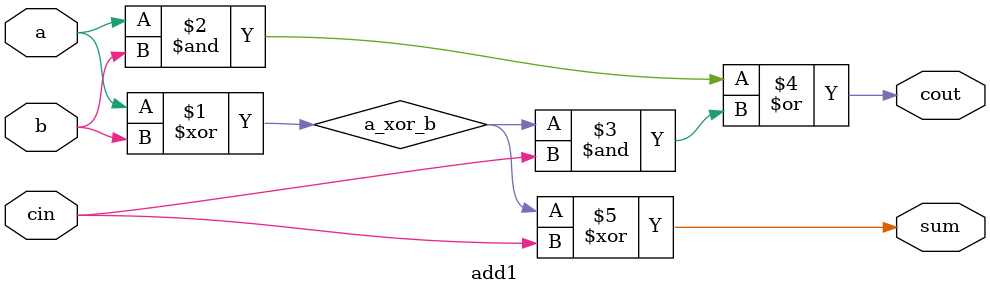
<source format=v>
module top_module (
    input [31:0] a,
    input [31:0] b,
    output [31:0] sum
);//
    wire [15:0] sum_high;
    wire [15:0] sum_low;
    wire c_low;
    
    add16 add16_low(
        .a(a[15:0]), 
        .b(b[15:0]),
        .cin(0),
        .sum(sum_low),
        .cout(c_low)
    );
    add16 add16_high(
        .a(a[31:16]),
        .b(b[31:16]),
        .cin(c_low),
        .sum(sum_high),
        .cout()
    );

    assign sum = {sum_high, sum_low};


endmodule

module add1 ( 
    input a, input b, input cin,
    output sum, output cout 
);
    wire a_xor_b = a ^ b;
    
    assign cout = (a & b) | (a_xor_b & cin);
    assign sum = a_xor_b ^ cin;

endmodule

</source>
